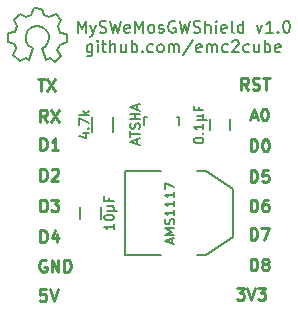
<source format=gbr>
G04 #@! TF.FileFunction,Legend,Top*
%FSLAX46Y46*%
G04 Gerber Fmt 4.6, Leading zero omitted, Abs format (unit mm)*
G04 Created by KiCad (PCBNEW 4.0.4-stable) date Tuesday 22 November 2016 20:45:13*
%MOMM*%
%LPD*%
G01*
G04 APERTURE LIST*
%ADD10C,0.100000*%
%ADD11C,0.150000*%
%ADD12C,0.250000*%
G04 APERTURE END LIST*
D10*
D11*
X132422619Y-81727381D02*
X132422619Y-80727381D01*
X132755953Y-81441667D01*
X133089286Y-80727381D01*
X133089286Y-81727381D01*
X133470238Y-81060714D02*
X133708333Y-81727381D01*
X133946429Y-81060714D02*
X133708333Y-81727381D01*
X133613095Y-81965476D01*
X133565476Y-82013095D01*
X133470238Y-82060714D01*
X134279762Y-81679762D02*
X134422619Y-81727381D01*
X134660715Y-81727381D01*
X134755953Y-81679762D01*
X134803572Y-81632143D01*
X134851191Y-81536905D01*
X134851191Y-81441667D01*
X134803572Y-81346429D01*
X134755953Y-81298810D01*
X134660715Y-81251190D01*
X134470238Y-81203571D01*
X134375000Y-81155952D01*
X134327381Y-81108333D01*
X134279762Y-81013095D01*
X134279762Y-80917857D01*
X134327381Y-80822619D01*
X134375000Y-80775000D01*
X134470238Y-80727381D01*
X134708334Y-80727381D01*
X134851191Y-80775000D01*
X135184524Y-80727381D02*
X135422619Y-81727381D01*
X135613096Y-81013095D01*
X135803572Y-81727381D01*
X136041667Y-80727381D01*
X136803572Y-81679762D02*
X136708334Y-81727381D01*
X136517857Y-81727381D01*
X136422619Y-81679762D01*
X136375000Y-81584524D01*
X136375000Y-81203571D01*
X136422619Y-81108333D01*
X136517857Y-81060714D01*
X136708334Y-81060714D01*
X136803572Y-81108333D01*
X136851191Y-81203571D01*
X136851191Y-81298810D01*
X136375000Y-81394048D01*
X137279762Y-81727381D02*
X137279762Y-80727381D01*
X137613096Y-81441667D01*
X137946429Y-80727381D01*
X137946429Y-81727381D01*
X138565476Y-81727381D02*
X138470238Y-81679762D01*
X138422619Y-81632143D01*
X138375000Y-81536905D01*
X138375000Y-81251190D01*
X138422619Y-81155952D01*
X138470238Y-81108333D01*
X138565476Y-81060714D01*
X138708334Y-81060714D01*
X138803572Y-81108333D01*
X138851191Y-81155952D01*
X138898810Y-81251190D01*
X138898810Y-81536905D01*
X138851191Y-81632143D01*
X138803572Y-81679762D01*
X138708334Y-81727381D01*
X138565476Y-81727381D01*
X139279762Y-81679762D02*
X139375000Y-81727381D01*
X139565476Y-81727381D01*
X139660715Y-81679762D01*
X139708334Y-81584524D01*
X139708334Y-81536905D01*
X139660715Y-81441667D01*
X139565476Y-81394048D01*
X139422619Y-81394048D01*
X139327381Y-81346429D01*
X139279762Y-81251190D01*
X139279762Y-81203571D01*
X139327381Y-81108333D01*
X139422619Y-81060714D01*
X139565476Y-81060714D01*
X139660715Y-81108333D01*
X140660715Y-80775000D02*
X140565477Y-80727381D01*
X140422620Y-80727381D01*
X140279762Y-80775000D01*
X140184524Y-80870238D01*
X140136905Y-80965476D01*
X140089286Y-81155952D01*
X140089286Y-81298810D01*
X140136905Y-81489286D01*
X140184524Y-81584524D01*
X140279762Y-81679762D01*
X140422620Y-81727381D01*
X140517858Y-81727381D01*
X140660715Y-81679762D01*
X140708334Y-81632143D01*
X140708334Y-81298810D01*
X140517858Y-81298810D01*
X141041667Y-80727381D02*
X141279762Y-81727381D01*
X141470239Y-81013095D01*
X141660715Y-81727381D01*
X141898810Y-80727381D01*
X142232143Y-81679762D02*
X142375000Y-81727381D01*
X142613096Y-81727381D01*
X142708334Y-81679762D01*
X142755953Y-81632143D01*
X142803572Y-81536905D01*
X142803572Y-81441667D01*
X142755953Y-81346429D01*
X142708334Y-81298810D01*
X142613096Y-81251190D01*
X142422619Y-81203571D01*
X142327381Y-81155952D01*
X142279762Y-81108333D01*
X142232143Y-81013095D01*
X142232143Y-80917857D01*
X142279762Y-80822619D01*
X142327381Y-80775000D01*
X142422619Y-80727381D01*
X142660715Y-80727381D01*
X142803572Y-80775000D01*
X143232143Y-81727381D02*
X143232143Y-80727381D01*
X143660715Y-81727381D02*
X143660715Y-81203571D01*
X143613096Y-81108333D01*
X143517858Y-81060714D01*
X143375000Y-81060714D01*
X143279762Y-81108333D01*
X143232143Y-81155952D01*
X144136905Y-81727381D02*
X144136905Y-81060714D01*
X144136905Y-80727381D02*
X144089286Y-80775000D01*
X144136905Y-80822619D01*
X144184524Y-80775000D01*
X144136905Y-80727381D01*
X144136905Y-80822619D01*
X144994048Y-81679762D02*
X144898810Y-81727381D01*
X144708333Y-81727381D01*
X144613095Y-81679762D01*
X144565476Y-81584524D01*
X144565476Y-81203571D01*
X144613095Y-81108333D01*
X144708333Y-81060714D01*
X144898810Y-81060714D01*
X144994048Y-81108333D01*
X145041667Y-81203571D01*
X145041667Y-81298810D01*
X144565476Y-81394048D01*
X145613095Y-81727381D02*
X145517857Y-81679762D01*
X145470238Y-81584524D01*
X145470238Y-80727381D01*
X146422620Y-81727381D02*
X146422620Y-80727381D01*
X146422620Y-81679762D02*
X146327382Y-81727381D01*
X146136905Y-81727381D01*
X146041667Y-81679762D01*
X145994048Y-81632143D01*
X145946429Y-81536905D01*
X145946429Y-81251190D01*
X145994048Y-81155952D01*
X146041667Y-81108333D01*
X146136905Y-81060714D01*
X146327382Y-81060714D01*
X146422620Y-81108333D01*
X147565477Y-81060714D02*
X147803572Y-81727381D01*
X148041668Y-81060714D01*
X148946430Y-81727381D02*
X148375001Y-81727381D01*
X148660715Y-81727381D02*
X148660715Y-80727381D01*
X148565477Y-80870238D01*
X148470239Y-80965476D01*
X148375001Y-81013095D01*
X149375001Y-81632143D02*
X149422620Y-81679762D01*
X149375001Y-81727381D01*
X149327382Y-81679762D01*
X149375001Y-81632143D01*
X149375001Y-81727381D01*
X150041667Y-80727381D02*
X150136906Y-80727381D01*
X150232144Y-80775000D01*
X150279763Y-80822619D01*
X150327382Y-80917857D01*
X150375001Y-81108333D01*
X150375001Y-81346429D01*
X150327382Y-81536905D01*
X150279763Y-81632143D01*
X150232144Y-81679762D01*
X150136906Y-81727381D01*
X150041667Y-81727381D01*
X149946429Y-81679762D01*
X149898810Y-81632143D01*
X149851191Y-81536905D01*
X149803572Y-81346429D01*
X149803572Y-81108333D01*
X149851191Y-80917857D01*
X149898810Y-80822619D01*
X149946429Y-80775000D01*
X150041667Y-80727381D01*
X133636905Y-82710714D02*
X133636905Y-83520238D01*
X133589286Y-83615476D01*
X133541667Y-83663095D01*
X133446428Y-83710714D01*
X133303571Y-83710714D01*
X133208333Y-83663095D01*
X133636905Y-83329762D02*
X133541667Y-83377381D01*
X133351190Y-83377381D01*
X133255952Y-83329762D01*
X133208333Y-83282143D01*
X133160714Y-83186905D01*
X133160714Y-82901190D01*
X133208333Y-82805952D01*
X133255952Y-82758333D01*
X133351190Y-82710714D01*
X133541667Y-82710714D01*
X133636905Y-82758333D01*
X134113095Y-83377381D02*
X134113095Y-82710714D01*
X134113095Y-82377381D02*
X134065476Y-82425000D01*
X134113095Y-82472619D01*
X134160714Y-82425000D01*
X134113095Y-82377381D01*
X134113095Y-82472619D01*
X134446428Y-82710714D02*
X134827380Y-82710714D01*
X134589285Y-82377381D02*
X134589285Y-83234524D01*
X134636904Y-83329762D01*
X134732142Y-83377381D01*
X134827380Y-83377381D01*
X135160714Y-83377381D02*
X135160714Y-82377381D01*
X135589286Y-83377381D02*
X135589286Y-82853571D01*
X135541667Y-82758333D01*
X135446429Y-82710714D01*
X135303571Y-82710714D01*
X135208333Y-82758333D01*
X135160714Y-82805952D01*
X136494048Y-82710714D02*
X136494048Y-83377381D01*
X136065476Y-82710714D02*
X136065476Y-83234524D01*
X136113095Y-83329762D01*
X136208333Y-83377381D01*
X136351191Y-83377381D01*
X136446429Y-83329762D01*
X136494048Y-83282143D01*
X136970238Y-83377381D02*
X136970238Y-82377381D01*
X136970238Y-82758333D02*
X137065476Y-82710714D01*
X137255953Y-82710714D01*
X137351191Y-82758333D01*
X137398810Y-82805952D01*
X137446429Y-82901190D01*
X137446429Y-83186905D01*
X137398810Y-83282143D01*
X137351191Y-83329762D01*
X137255953Y-83377381D01*
X137065476Y-83377381D01*
X136970238Y-83329762D01*
X137875000Y-83282143D02*
X137922619Y-83329762D01*
X137875000Y-83377381D01*
X137827381Y-83329762D01*
X137875000Y-83282143D01*
X137875000Y-83377381D01*
X138779762Y-83329762D02*
X138684524Y-83377381D01*
X138494047Y-83377381D01*
X138398809Y-83329762D01*
X138351190Y-83282143D01*
X138303571Y-83186905D01*
X138303571Y-82901190D01*
X138351190Y-82805952D01*
X138398809Y-82758333D01*
X138494047Y-82710714D01*
X138684524Y-82710714D01*
X138779762Y-82758333D01*
X139351190Y-83377381D02*
X139255952Y-83329762D01*
X139208333Y-83282143D01*
X139160714Y-83186905D01*
X139160714Y-82901190D01*
X139208333Y-82805952D01*
X139255952Y-82758333D01*
X139351190Y-82710714D01*
X139494048Y-82710714D01*
X139589286Y-82758333D01*
X139636905Y-82805952D01*
X139684524Y-82901190D01*
X139684524Y-83186905D01*
X139636905Y-83282143D01*
X139589286Y-83329762D01*
X139494048Y-83377381D01*
X139351190Y-83377381D01*
X140113095Y-83377381D02*
X140113095Y-82710714D01*
X140113095Y-82805952D02*
X140160714Y-82758333D01*
X140255952Y-82710714D01*
X140398810Y-82710714D01*
X140494048Y-82758333D01*
X140541667Y-82853571D01*
X140541667Y-83377381D01*
X140541667Y-82853571D02*
X140589286Y-82758333D01*
X140684524Y-82710714D01*
X140827381Y-82710714D01*
X140922619Y-82758333D01*
X140970238Y-82853571D01*
X140970238Y-83377381D01*
X142160714Y-82329762D02*
X141303571Y-83615476D01*
X142875000Y-83329762D02*
X142779762Y-83377381D01*
X142589285Y-83377381D01*
X142494047Y-83329762D01*
X142446428Y-83234524D01*
X142446428Y-82853571D01*
X142494047Y-82758333D01*
X142589285Y-82710714D01*
X142779762Y-82710714D01*
X142875000Y-82758333D01*
X142922619Y-82853571D01*
X142922619Y-82948810D01*
X142446428Y-83044048D01*
X143351190Y-83377381D02*
X143351190Y-82710714D01*
X143351190Y-82805952D02*
X143398809Y-82758333D01*
X143494047Y-82710714D01*
X143636905Y-82710714D01*
X143732143Y-82758333D01*
X143779762Y-82853571D01*
X143779762Y-83377381D01*
X143779762Y-82853571D02*
X143827381Y-82758333D01*
X143922619Y-82710714D01*
X144065476Y-82710714D01*
X144160714Y-82758333D01*
X144208333Y-82853571D01*
X144208333Y-83377381D01*
X145113095Y-83329762D02*
X145017857Y-83377381D01*
X144827380Y-83377381D01*
X144732142Y-83329762D01*
X144684523Y-83282143D01*
X144636904Y-83186905D01*
X144636904Y-82901190D01*
X144684523Y-82805952D01*
X144732142Y-82758333D01*
X144827380Y-82710714D01*
X145017857Y-82710714D01*
X145113095Y-82758333D01*
X145494047Y-82472619D02*
X145541666Y-82425000D01*
X145636904Y-82377381D01*
X145875000Y-82377381D01*
X145970238Y-82425000D01*
X146017857Y-82472619D01*
X146065476Y-82567857D01*
X146065476Y-82663095D01*
X146017857Y-82805952D01*
X145446428Y-83377381D01*
X146065476Y-83377381D01*
X146922619Y-83329762D02*
X146827381Y-83377381D01*
X146636904Y-83377381D01*
X146541666Y-83329762D01*
X146494047Y-83282143D01*
X146446428Y-83186905D01*
X146446428Y-82901190D01*
X146494047Y-82805952D01*
X146541666Y-82758333D01*
X146636904Y-82710714D01*
X146827381Y-82710714D01*
X146922619Y-82758333D01*
X147779762Y-82710714D02*
X147779762Y-83377381D01*
X147351190Y-82710714D02*
X147351190Y-83234524D01*
X147398809Y-83329762D01*
X147494047Y-83377381D01*
X147636905Y-83377381D01*
X147732143Y-83329762D01*
X147779762Y-83282143D01*
X148255952Y-83377381D02*
X148255952Y-82377381D01*
X148255952Y-82758333D02*
X148351190Y-82710714D01*
X148541667Y-82710714D01*
X148636905Y-82758333D01*
X148684524Y-82805952D01*
X148732143Y-82901190D01*
X148732143Y-83186905D01*
X148684524Y-83282143D01*
X148636905Y-83329762D01*
X148541667Y-83377381D01*
X148351190Y-83377381D01*
X148255952Y-83329762D01*
X149541667Y-83329762D02*
X149446429Y-83377381D01*
X149255952Y-83377381D01*
X149160714Y-83329762D01*
X149113095Y-83234524D01*
X149113095Y-82853571D01*
X149160714Y-82758333D01*
X149255952Y-82710714D01*
X149446429Y-82710714D01*
X149541667Y-82758333D01*
X149589286Y-82853571D01*
X149589286Y-82948810D01*
X149113095Y-83044048D01*
D12*
X129738096Y-101000000D02*
X129642858Y-100952381D01*
X129500001Y-100952381D01*
X129357143Y-101000000D01*
X129261905Y-101095238D01*
X129214286Y-101190476D01*
X129166667Y-101380952D01*
X129166667Y-101523810D01*
X129214286Y-101714286D01*
X129261905Y-101809524D01*
X129357143Y-101904762D01*
X129500001Y-101952381D01*
X129595239Y-101952381D01*
X129738096Y-101904762D01*
X129785715Y-101857143D01*
X129785715Y-101523810D01*
X129595239Y-101523810D01*
X130214286Y-101952381D02*
X130214286Y-100952381D01*
X130785715Y-101952381D01*
X130785715Y-100952381D01*
X131261905Y-101952381D02*
X131261905Y-100952381D01*
X131500000Y-100952381D01*
X131642858Y-101000000D01*
X131738096Y-101095238D01*
X131785715Y-101190476D01*
X131833334Y-101380952D01*
X131833334Y-101523810D01*
X131785715Y-101714286D01*
X131738096Y-101809524D01*
X131642858Y-101904762D01*
X131500000Y-101952381D01*
X131261905Y-101952381D01*
X146852381Y-86552381D02*
X146519047Y-86076190D01*
X146280952Y-86552381D02*
X146280952Y-85552381D01*
X146661905Y-85552381D01*
X146757143Y-85600000D01*
X146804762Y-85647619D01*
X146852381Y-85742857D01*
X146852381Y-85885714D01*
X146804762Y-85980952D01*
X146757143Y-86028571D01*
X146661905Y-86076190D01*
X146280952Y-86076190D01*
X147233333Y-86504762D02*
X147376190Y-86552381D01*
X147614286Y-86552381D01*
X147709524Y-86504762D01*
X147757143Y-86457143D01*
X147804762Y-86361905D01*
X147804762Y-86266667D01*
X147757143Y-86171429D01*
X147709524Y-86123810D01*
X147614286Y-86076190D01*
X147423809Y-86028571D01*
X147328571Y-85980952D01*
X147280952Y-85933333D01*
X147233333Y-85838095D01*
X147233333Y-85742857D01*
X147280952Y-85647619D01*
X147328571Y-85600000D01*
X147423809Y-85552381D01*
X147661905Y-85552381D01*
X147804762Y-85600000D01*
X148090476Y-85552381D02*
X148661905Y-85552381D01*
X148376190Y-86552381D02*
X148376190Y-85552381D01*
X147085714Y-88866667D02*
X147561905Y-88866667D01*
X146990476Y-89152381D02*
X147323809Y-88152381D01*
X147657143Y-89152381D01*
X148180952Y-88152381D02*
X148276191Y-88152381D01*
X148371429Y-88200000D01*
X148419048Y-88247619D01*
X148466667Y-88342857D01*
X148514286Y-88533333D01*
X148514286Y-88771429D01*
X148466667Y-88961905D01*
X148419048Y-89057143D01*
X148371429Y-89104762D01*
X148276191Y-89152381D01*
X148180952Y-89152381D01*
X148085714Y-89104762D01*
X148038095Y-89057143D01*
X147990476Y-88961905D01*
X147942857Y-88771429D01*
X147942857Y-88533333D01*
X147990476Y-88342857D01*
X148038095Y-88247619D01*
X148085714Y-88200000D01*
X148180952Y-88152381D01*
X147061905Y-91752381D02*
X147061905Y-90752381D01*
X147300000Y-90752381D01*
X147442858Y-90800000D01*
X147538096Y-90895238D01*
X147585715Y-90990476D01*
X147633334Y-91180952D01*
X147633334Y-91323810D01*
X147585715Y-91514286D01*
X147538096Y-91609524D01*
X147442858Y-91704762D01*
X147300000Y-91752381D01*
X147061905Y-91752381D01*
X148252381Y-90752381D02*
X148347620Y-90752381D01*
X148442858Y-90800000D01*
X148490477Y-90847619D01*
X148538096Y-90942857D01*
X148585715Y-91133333D01*
X148585715Y-91371429D01*
X148538096Y-91561905D01*
X148490477Y-91657143D01*
X148442858Y-91704762D01*
X148347620Y-91752381D01*
X148252381Y-91752381D01*
X148157143Y-91704762D01*
X148109524Y-91657143D01*
X148061905Y-91561905D01*
X148014286Y-91371429D01*
X148014286Y-91133333D01*
X148061905Y-90942857D01*
X148109524Y-90847619D01*
X148157143Y-90800000D01*
X148252381Y-90752381D01*
X147061905Y-94352381D02*
X147061905Y-93352381D01*
X147300000Y-93352381D01*
X147442858Y-93400000D01*
X147538096Y-93495238D01*
X147585715Y-93590476D01*
X147633334Y-93780952D01*
X147633334Y-93923810D01*
X147585715Y-94114286D01*
X147538096Y-94209524D01*
X147442858Y-94304762D01*
X147300000Y-94352381D01*
X147061905Y-94352381D01*
X148538096Y-93352381D02*
X148061905Y-93352381D01*
X148014286Y-93828571D01*
X148061905Y-93780952D01*
X148157143Y-93733333D01*
X148395239Y-93733333D01*
X148490477Y-93780952D01*
X148538096Y-93828571D01*
X148585715Y-93923810D01*
X148585715Y-94161905D01*
X148538096Y-94257143D01*
X148490477Y-94304762D01*
X148395239Y-94352381D01*
X148157143Y-94352381D01*
X148061905Y-94304762D01*
X148014286Y-94257143D01*
X147061905Y-96852381D02*
X147061905Y-95852381D01*
X147300000Y-95852381D01*
X147442858Y-95900000D01*
X147538096Y-95995238D01*
X147585715Y-96090476D01*
X147633334Y-96280952D01*
X147633334Y-96423810D01*
X147585715Y-96614286D01*
X147538096Y-96709524D01*
X147442858Y-96804762D01*
X147300000Y-96852381D01*
X147061905Y-96852381D01*
X148490477Y-95852381D02*
X148300000Y-95852381D01*
X148204762Y-95900000D01*
X148157143Y-95947619D01*
X148061905Y-96090476D01*
X148014286Y-96280952D01*
X148014286Y-96661905D01*
X148061905Y-96757143D01*
X148109524Y-96804762D01*
X148204762Y-96852381D01*
X148395239Y-96852381D01*
X148490477Y-96804762D01*
X148538096Y-96757143D01*
X148585715Y-96661905D01*
X148585715Y-96423810D01*
X148538096Y-96328571D01*
X148490477Y-96280952D01*
X148395239Y-96233333D01*
X148204762Y-96233333D01*
X148109524Y-96280952D01*
X148061905Y-96328571D01*
X148014286Y-96423810D01*
X147061905Y-99252381D02*
X147061905Y-98252381D01*
X147300000Y-98252381D01*
X147442858Y-98300000D01*
X147538096Y-98395238D01*
X147585715Y-98490476D01*
X147633334Y-98680952D01*
X147633334Y-98823810D01*
X147585715Y-99014286D01*
X147538096Y-99109524D01*
X147442858Y-99204762D01*
X147300000Y-99252381D01*
X147061905Y-99252381D01*
X147966667Y-98252381D02*
X148633334Y-98252381D01*
X148204762Y-99252381D01*
X147061905Y-101852381D02*
X147061905Y-100852381D01*
X147300000Y-100852381D01*
X147442858Y-100900000D01*
X147538096Y-100995238D01*
X147585715Y-101090476D01*
X147633334Y-101280952D01*
X147633334Y-101423810D01*
X147585715Y-101614286D01*
X147538096Y-101709524D01*
X147442858Y-101804762D01*
X147300000Y-101852381D01*
X147061905Y-101852381D01*
X148204762Y-101280952D02*
X148109524Y-101233333D01*
X148061905Y-101185714D01*
X148014286Y-101090476D01*
X148014286Y-101042857D01*
X148061905Y-100947619D01*
X148109524Y-100900000D01*
X148204762Y-100852381D01*
X148395239Y-100852381D01*
X148490477Y-100900000D01*
X148538096Y-100947619D01*
X148585715Y-101042857D01*
X148585715Y-101090476D01*
X148538096Y-101185714D01*
X148490477Y-101233333D01*
X148395239Y-101280952D01*
X148204762Y-101280952D01*
X148109524Y-101328571D01*
X148061905Y-101376190D01*
X148014286Y-101471429D01*
X148014286Y-101661905D01*
X148061905Y-101757143D01*
X148109524Y-101804762D01*
X148204762Y-101852381D01*
X148395239Y-101852381D01*
X148490477Y-101804762D01*
X148538096Y-101757143D01*
X148585715Y-101661905D01*
X148585715Y-101471429D01*
X148538096Y-101376190D01*
X148490477Y-101328571D01*
X148395239Y-101280952D01*
X145861905Y-103352381D02*
X146480953Y-103352381D01*
X146147619Y-103733333D01*
X146290477Y-103733333D01*
X146385715Y-103780952D01*
X146433334Y-103828571D01*
X146480953Y-103923810D01*
X146480953Y-104161905D01*
X146433334Y-104257143D01*
X146385715Y-104304762D01*
X146290477Y-104352381D01*
X146004762Y-104352381D01*
X145909524Y-104304762D01*
X145861905Y-104257143D01*
X146766667Y-103352381D02*
X147100000Y-104352381D01*
X147433334Y-103352381D01*
X147671429Y-103352381D02*
X148290477Y-103352381D01*
X147957143Y-103733333D01*
X148100001Y-103733333D01*
X148195239Y-103780952D01*
X148242858Y-103828571D01*
X148290477Y-103923810D01*
X148290477Y-104161905D01*
X148242858Y-104257143D01*
X148195239Y-104304762D01*
X148100001Y-104352381D01*
X147814286Y-104352381D01*
X147719048Y-104304762D01*
X147671429Y-104257143D01*
X129038095Y-85652381D02*
X129609524Y-85652381D01*
X129323809Y-86652381D02*
X129323809Y-85652381D01*
X129847619Y-85652381D02*
X130514286Y-86652381D01*
X130514286Y-85652381D02*
X129847619Y-86652381D01*
X129833334Y-89252381D02*
X129500000Y-88776190D01*
X129261905Y-89252381D02*
X129261905Y-88252381D01*
X129642858Y-88252381D01*
X129738096Y-88300000D01*
X129785715Y-88347619D01*
X129833334Y-88442857D01*
X129833334Y-88585714D01*
X129785715Y-88680952D01*
X129738096Y-88728571D01*
X129642858Y-88776190D01*
X129261905Y-88776190D01*
X130166667Y-88252381D02*
X130833334Y-89252381D01*
X130833334Y-88252381D02*
X130166667Y-89252381D01*
X129261905Y-91652381D02*
X129261905Y-90652381D01*
X129500000Y-90652381D01*
X129642858Y-90700000D01*
X129738096Y-90795238D01*
X129785715Y-90890476D01*
X129833334Y-91080952D01*
X129833334Y-91223810D01*
X129785715Y-91414286D01*
X129738096Y-91509524D01*
X129642858Y-91604762D01*
X129500000Y-91652381D01*
X129261905Y-91652381D01*
X130785715Y-91652381D02*
X130214286Y-91652381D01*
X130500000Y-91652381D02*
X130500000Y-90652381D01*
X130404762Y-90795238D01*
X130309524Y-90890476D01*
X130214286Y-90938095D01*
X129261905Y-94252381D02*
X129261905Y-93252381D01*
X129500000Y-93252381D01*
X129642858Y-93300000D01*
X129738096Y-93395238D01*
X129785715Y-93490476D01*
X129833334Y-93680952D01*
X129833334Y-93823810D01*
X129785715Y-94014286D01*
X129738096Y-94109524D01*
X129642858Y-94204762D01*
X129500000Y-94252381D01*
X129261905Y-94252381D01*
X130214286Y-93347619D02*
X130261905Y-93300000D01*
X130357143Y-93252381D01*
X130595239Y-93252381D01*
X130690477Y-93300000D01*
X130738096Y-93347619D01*
X130785715Y-93442857D01*
X130785715Y-93538095D01*
X130738096Y-93680952D01*
X130166667Y-94252381D01*
X130785715Y-94252381D01*
X129261905Y-96852381D02*
X129261905Y-95852381D01*
X129500000Y-95852381D01*
X129642858Y-95900000D01*
X129738096Y-95995238D01*
X129785715Y-96090476D01*
X129833334Y-96280952D01*
X129833334Y-96423810D01*
X129785715Y-96614286D01*
X129738096Y-96709524D01*
X129642858Y-96804762D01*
X129500000Y-96852381D01*
X129261905Y-96852381D01*
X130166667Y-95852381D02*
X130785715Y-95852381D01*
X130452381Y-96233333D01*
X130595239Y-96233333D01*
X130690477Y-96280952D01*
X130738096Y-96328571D01*
X130785715Y-96423810D01*
X130785715Y-96661905D01*
X130738096Y-96757143D01*
X130690477Y-96804762D01*
X130595239Y-96852381D01*
X130309524Y-96852381D01*
X130214286Y-96804762D01*
X130166667Y-96757143D01*
X129261905Y-99452381D02*
X129261905Y-98452381D01*
X129500000Y-98452381D01*
X129642858Y-98500000D01*
X129738096Y-98595238D01*
X129785715Y-98690476D01*
X129833334Y-98880952D01*
X129833334Y-99023810D01*
X129785715Y-99214286D01*
X129738096Y-99309524D01*
X129642858Y-99404762D01*
X129500000Y-99452381D01*
X129261905Y-99452381D01*
X130690477Y-98785714D02*
X130690477Y-99452381D01*
X130452381Y-98404762D02*
X130214286Y-99119048D01*
X130833334Y-99119048D01*
X129709524Y-103452381D02*
X129233333Y-103452381D01*
X129185714Y-103928571D01*
X129233333Y-103880952D01*
X129328571Y-103833333D01*
X129566667Y-103833333D01*
X129661905Y-103880952D01*
X129709524Y-103928571D01*
X129757143Y-104023810D01*
X129757143Y-104261905D01*
X129709524Y-104357143D01*
X129661905Y-104404762D01*
X129566667Y-104452381D01*
X129328571Y-104452381D01*
X129233333Y-104404762D01*
X129185714Y-104357143D01*
X130042857Y-103452381D02*
X130376190Y-104452381D01*
X130709524Y-103452381D01*
D11*
X127219460Y-83079640D02*
X126960380Y-83640980D01*
X126960380Y-83640980D02*
X127498860Y-84159140D01*
X127498860Y-84159140D02*
X128019560Y-83889900D01*
X128019560Y-83889900D02*
X128298960Y-84049920D01*
X129739140Y-84029600D02*
X130069340Y-83839100D01*
X130069340Y-83839100D02*
X130508760Y-84169300D01*
X130508760Y-84169300D02*
X130981200Y-83679080D01*
X130981200Y-83679080D02*
X130699260Y-83199020D01*
X130699260Y-83199020D02*
X130889760Y-82729120D01*
X130889760Y-82729120D02*
X131499360Y-82541160D01*
X131499360Y-82541160D02*
X131499360Y-81860440D01*
X131499360Y-81860440D02*
X130940560Y-81720740D01*
X130940560Y-81720740D02*
X130739900Y-81149240D01*
X130739900Y-81149240D02*
X131009140Y-80679340D01*
X131009140Y-80679340D02*
X130539240Y-80168800D01*
X130539240Y-80168800D02*
X130021080Y-80430420D01*
X130021080Y-80430420D02*
X129551180Y-80229760D01*
X129551180Y-80229760D02*
X129381000Y-79688740D01*
X129381000Y-79688740D02*
X128690120Y-79670960D01*
X128690120Y-79670960D02*
X128479300Y-80219600D01*
X128479300Y-80219600D02*
X128060200Y-80389780D01*
X128060200Y-80389780D02*
X127509020Y-80120540D01*
X127509020Y-80120540D02*
X126990860Y-80648860D01*
X126990860Y-80648860D02*
X127239780Y-81189880D01*
X127239780Y-81189880D02*
X127069600Y-81669940D01*
X127069600Y-81669940D02*
X126520960Y-81769000D01*
X126520960Y-81769000D02*
X126510800Y-82470040D01*
X126510800Y-82470040D02*
X127069600Y-82670700D01*
X127069600Y-82670700D02*
X127209300Y-83069480D01*
X129350520Y-83049160D02*
X129650240Y-82899300D01*
X129650240Y-82899300D02*
X129850900Y-82701180D01*
X129850900Y-82701180D02*
X130000760Y-82299860D01*
X130000760Y-82299860D02*
X130000760Y-81901080D01*
X130000760Y-81901080D02*
X129850900Y-81550560D01*
X129850900Y-81550560D02*
X129398780Y-81200040D01*
X129398780Y-81200040D02*
X128949200Y-81149240D01*
X128949200Y-81149240D02*
X128550420Y-81250840D01*
X128550420Y-81250840D02*
X128149100Y-81598820D01*
X128149100Y-81598820D02*
X127999240Y-82050940D01*
X127999240Y-82050940D02*
X128050040Y-82548780D01*
X128050040Y-82548780D02*
X128298960Y-82851040D01*
X128298960Y-82851040D02*
X128649480Y-83049160D01*
X128649480Y-83049160D02*
X128298960Y-84049920D01*
X129350520Y-83049160D02*
X129749300Y-84049920D01*
X139476000Y-93444000D02*
X136428000Y-93444000D01*
X136428000Y-93444000D02*
X136428000Y-100556000D01*
X136428000Y-100556000D02*
X139476000Y-100556000D01*
X142524000Y-93444000D02*
X143286000Y-93444000D01*
X143286000Y-93444000D02*
X145572000Y-94968000D01*
X145572000Y-94968000D02*
X145572000Y-99032000D01*
X145572000Y-99032000D02*
X143286000Y-100556000D01*
X143286000Y-100556000D02*
X142524000Y-100556000D01*
X132650000Y-96500000D02*
X132650000Y-97500000D01*
X134350000Y-97500000D02*
X134350000Y-96500000D01*
X143650000Y-89000000D02*
X143650000Y-90000000D01*
X145350000Y-90000000D02*
X145350000Y-89000000D01*
X133625000Y-90100000D02*
X133625000Y-88900000D01*
X135375000Y-88900000D02*
X135375000Y-90100000D01*
X138000180Y-89550800D02*
X138000180Y-88849760D01*
X138000180Y-88849760D02*
X138249100Y-88849760D01*
X140799160Y-88849760D02*
X140999820Y-88849760D01*
X140999820Y-88849760D02*
X140999820Y-89550800D01*
X140371333Y-99552381D02*
X140371333Y-99171429D01*
X140599905Y-99628572D02*
X139799905Y-99361905D01*
X140599905Y-99095238D01*
X140599905Y-98828572D02*
X139799905Y-98828572D01*
X140371333Y-98561905D01*
X139799905Y-98295238D01*
X140599905Y-98295238D01*
X140561810Y-97952381D02*
X140599905Y-97838095D01*
X140599905Y-97647619D01*
X140561810Y-97571429D01*
X140523714Y-97533333D01*
X140447524Y-97495238D01*
X140371333Y-97495238D01*
X140295143Y-97533333D01*
X140257048Y-97571429D01*
X140218952Y-97647619D01*
X140180857Y-97800000D01*
X140142762Y-97876191D01*
X140104667Y-97914286D01*
X140028476Y-97952381D01*
X139952286Y-97952381D01*
X139876095Y-97914286D01*
X139838000Y-97876191D01*
X139799905Y-97800000D01*
X139799905Y-97609524D01*
X139838000Y-97495238D01*
X140599905Y-96733333D02*
X140599905Y-97190476D01*
X140599905Y-96961905D02*
X139799905Y-96961905D01*
X139914190Y-97038095D01*
X139990381Y-97114286D01*
X140028476Y-97190476D01*
X140599905Y-95971428D02*
X140599905Y-96428571D01*
X140599905Y-96200000D02*
X139799905Y-96200000D01*
X139914190Y-96276190D01*
X139990381Y-96352381D01*
X140028476Y-96428571D01*
X140599905Y-95209523D02*
X140599905Y-95666666D01*
X140599905Y-95438095D02*
X139799905Y-95438095D01*
X139914190Y-95514285D01*
X139990381Y-95590476D01*
X140028476Y-95666666D01*
X139799905Y-94942856D02*
X139799905Y-94409523D01*
X140599905Y-94752380D01*
X135461905Y-97914285D02*
X135461905Y-98371428D01*
X135461905Y-98142857D02*
X134661905Y-98142857D01*
X134776190Y-98219047D01*
X134852381Y-98295238D01*
X134890476Y-98371428D01*
X134661905Y-97419047D02*
X134661905Y-97342856D01*
X134700000Y-97266666D01*
X134738095Y-97228571D01*
X134814286Y-97190475D01*
X134966667Y-97152380D01*
X135157143Y-97152380D01*
X135309524Y-97190475D01*
X135385714Y-97228571D01*
X135423810Y-97266666D01*
X135461905Y-97342856D01*
X135461905Y-97419047D01*
X135423810Y-97495237D01*
X135385714Y-97533333D01*
X135309524Y-97571428D01*
X135157143Y-97609523D01*
X134966667Y-97609523D01*
X134814286Y-97571428D01*
X134738095Y-97533333D01*
X134700000Y-97495237D01*
X134661905Y-97419047D01*
X134928571Y-96809523D02*
X135728571Y-96809523D01*
X135347619Y-96428570D02*
X135423810Y-96390475D01*
X135461905Y-96314285D01*
X135347619Y-96809523D02*
X135423810Y-96771428D01*
X135461905Y-96695237D01*
X135461905Y-96542856D01*
X135423810Y-96466666D01*
X135347619Y-96428570D01*
X134928571Y-96428570D01*
X135042857Y-95704761D02*
X135042857Y-95971428D01*
X135461905Y-95971428D02*
X134661905Y-95971428D01*
X134661905Y-95590475D01*
X142261905Y-90871428D02*
X142261905Y-90795237D01*
X142300000Y-90719047D01*
X142338095Y-90680952D01*
X142414286Y-90642856D01*
X142566667Y-90604761D01*
X142757143Y-90604761D01*
X142909524Y-90642856D01*
X142985714Y-90680952D01*
X143023810Y-90719047D01*
X143061905Y-90795237D01*
X143061905Y-90871428D01*
X143023810Y-90947618D01*
X142985714Y-90985714D01*
X142909524Y-91023809D01*
X142757143Y-91061904D01*
X142566667Y-91061904D01*
X142414286Y-91023809D01*
X142338095Y-90985714D01*
X142300000Y-90947618D01*
X142261905Y-90871428D01*
X142985714Y-90261904D02*
X143023810Y-90223809D01*
X143061905Y-90261904D01*
X143023810Y-90299999D01*
X142985714Y-90261904D01*
X143061905Y-90261904D01*
X143061905Y-89461904D02*
X143061905Y-89919047D01*
X143061905Y-89690476D02*
X142261905Y-89690476D01*
X142376190Y-89766666D01*
X142452381Y-89842857D01*
X142490476Y-89919047D01*
X142528571Y-89119047D02*
X143328571Y-89119047D01*
X142947619Y-88738094D02*
X143023810Y-88699999D01*
X143061905Y-88623809D01*
X142947619Y-89119047D02*
X143023810Y-89080952D01*
X143061905Y-89004761D01*
X143061905Y-88852380D01*
X143023810Y-88776190D01*
X142947619Y-88738094D01*
X142528571Y-88738094D01*
X142642857Y-88014285D02*
X142642857Y-88280952D01*
X143061905Y-88280952D02*
X142261905Y-88280952D01*
X142261905Y-87899999D01*
X132828571Y-90242857D02*
X133361905Y-90242857D01*
X132523810Y-90433333D02*
X133095238Y-90623809D01*
X133095238Y-90128571D01*
X133285714Y-89823809D02*
X133323810Y-89785714D01*
X133361905Y-89823809D01*
X133323810Y-89861904D01*
X133285714Y-89823809D01*
X133361905Y-89823809D01*
X132561905Y-89519047D02*
X132561905Y-88985714D01*
X133361905Y-89328571D01*
X133361905Y-88680952D02*
X132561905Y-88680952D01*
X133057143Y-88604761D02*
X133361905Y-88376190D01*
X132828571Y-88376190D02*
X133133333Y-88680952D01*
X137433333Y-91138095D02*
X137433333Y-90757143D01*
X137661905Y-91214286D02*
X136861905Y-90947619D01*
X137661905Y-90680952D01*
X136861905Y-90528572D02*
X136861905Y-90071429D01*
X137661905Y-90300000D02*
X136861905Y-90300000D01*
X137623810Y-89842857D02*
X137661905Y-89728571D01*
X137661905Y-89538095D01*
X137623810Y-89461905D01*
X137585714Y-89423809D01*
X137509524Y-89385714D01*
X137433333Y-89385714D01*
X137357143Y-89423809D01*
X137319048Y-89461905D01*
X137280952Y-89538095D01*
X137242857Y-89690476D01*
X137204762Y-89766667D01*
X137166667Y-89804762D01*
X137090476Y-89842857D01*
X137014286Y-89842857D01*
X136938095Y-89804762D01*
X136900000Y-89766667D01*
X136861905Y-89690476D01*
X136861905Y-89500000D01*
X136900000Y-89385714D01*
X137661905Y-89042857D02*
X136861905Y-89042857D01*
X137242857Y-89042857D02*
X137242857Y-88585714D01*
X137661905Y-88585714D02*
X136861905Y-88585714D01*
X137433333Y-88242857D02*
X137433333Y-87861905D01*
X137661905Y-88319048D02*
X136861905Y-88052381D01*
X137661905Y-87785714D01*
M02*

</source>
